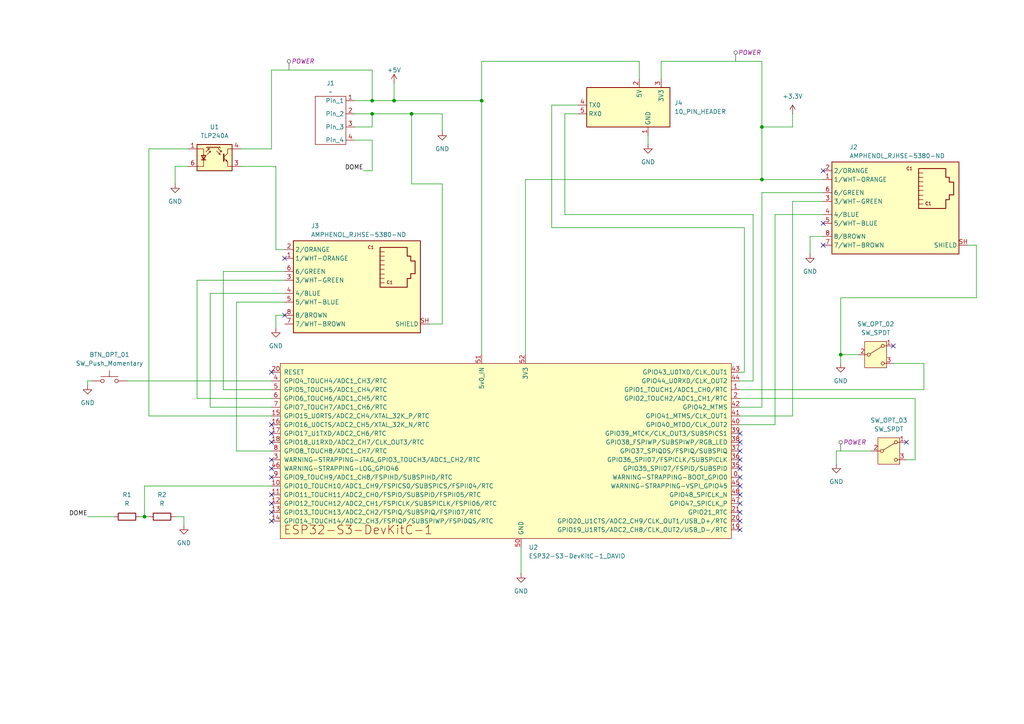
<source format=kicad_sch>
(kicad_sch (version 20231120) (generator "eeschema") (generator_version "8.0")
  (paper "A4")
  (lib_symbols
    (symbol "David_Library:10_PIN_HEADER"
      (property "Reference" "J" (at -11.43 6.35 0))
      (property "Value" "10_PIN_HEADER" (at -12.192 -7.366 0))
      (symbol "10_PIN_HEADER_0_1"
        (rectangle (start -11.43 5.08) (end 12.7 -6.35) (stroke (width 0.254)) (fill (type background)))
      )
      (symbol "10_PIN_HEADER_1_1"
        (pin power_in line (at 6.35 -8.89 90) (length 2.54) (name "GND") (number "1"))
        (pin power_in line (at 3.81 7.62 270) (length 2.54) (name "5V") (number "2"))
        (pin power_in line (at 10.16 7.62 270) (length 2.54) (name "3V3") (number "3"))
        (pin bidirectional line (at -13.97 0 0) (length 2.54) (name "TX0") (number "4"))
        (pin bidirectional line (at -13.97 -2.54 0) (length 2.54) (name "RX0") (number "5"))
      )
    )
    (symbol "David_Library:AMPHENOL_RJHSE-5380-ND"
      (property "Reference" "J" (at 16.51 15.24 0))
      (property "Value" "AMPHENOL_RJHSE-5380-ND" (at -5.715 15.24 0))
      (symbol "AMPHENOL_RJHSE-5380-ND_0_0"
        (text "C1" (at 4.699 12.065 0) (effects (font (size 0.889 0.889))))
        (text "C1" (at 10.16 1.905 0) (effects (font (size 0.889 0.889))))
      )
      (symbol "AMPHENOL_RJHSE-5380-ND_0_1"
        (rectangle (start -17.78 13.97) (end 19.05 -12.7) (stroke (width 0.254)) (fill (type background)))
        (polyline (pts (xy 7.366 3.048) (xy 8.636 3.048)))
        (polyline (pts (xy 7.366 4.318) (xy 8.636 4.318)))
        (polyline (pts (xy 7.366 5.715) (xy 8.636 5.715)))
        (polyline (pts (xy 7.366 6.985) (xy 8.636 6.985)))
        (polyline (pts (xy 7.366 8.255) (xy 8.636 8.255)))
        (polyline (pts (xy 8.636 1.778) (xy 7.366 1.778)))
        (polyline (pts (xy 8.636 9.525) (xy 7.366 9.525)))
        (polyline (pts (xy 8.636 10.795) (xy 7.366 10.795)))
      )
      (symbol "AMPHENOL_RJHSE-5380-ND_1_1"
        (polyline (pts (xy 7.366 0.508) (xy 7.366 12.065) (xy 15.24 12.065) (xy 15.24 9.525) (xy 16.256 9.525) (xy 16.256 8.128) (xy 17.526 8.128) (xy 17.526 4.445) (xy 16.256 4.445) (xy 16.256 3.048) (xy 15.24 3.048) (xy 15.24 0.508) (xy 7.366 0.508)) (stroke (width 0.254)))
        (pin bidirectional line (at -20.32 8.89 0) (length 2.54) (name "1/WHT-ORANGE") (number "1"))
        (pin bidirectional line (at -20.32 11.43 0) (length 2.54) (name "2/ORANGE") (number "2"))
        (pin bidirectional line (at -20.32 2.54 0) (length 2.54) (name "3/WHT-GREEN") (number "3"))
        (pin bidirectional line (at -20.32 -1.27 0) (length 2.54) (name "4/BLUE") (number "4"))
        (pin bidirectional line (at -20.32 -3.81 0) (length 2.54) (name "5/WHT-BLUE") (number "5"))
        (pin bidirectional line (at -20.32 5.08 0) (length 2.54) (name "6/GREEN") (number "6"))
        (pin bidirectional line (at -20.32 -10.16 0) (length 2.54) (name "7/WHT-BROWN") (number "7"))
        (pin bidirectional line (at -20.32 -7.62 0) (length 2.54) (name "8/BROWN") (number "8"))
        (pin passive line (at 21.59 -10.16 180) (length 2.54) (name "SHIELD") (number "SH"))
      )
    )
    (symbol "David_Library:ESP32-S3-DevKitC-1_DAVID" (pin_names (offset 1.016))
      (property "Reference" "U" (at -72.39 30.48 0))
      (property "Value" "ESP32-S3-DevKitC-1_DAVID" (at -72.39 27.94 0))
      (symbol "ESP32-S3-DevKitC-1_DAVID_0_1"
        (rectangle (start -72.39 25.4) (end 58.42 -25.4) (fill (type background)))
      )
      (symbol "ESP32-S3-DevKitC-1_DAVID_1_0"
        (text "ESP32-S3-DevKitC-1" (at -49.784 -22.86 0) (effects (font (size 2.54 2.54))))
        (pin bidirectional line (at 60.96 -7.62 180) (length 2.54) (name "WARNING-STRAPPING-BOOT_GPIO0") (number "0"))
        (pin bidirectional line (at 60.96 17.78 180) (length 2.54) (name "GPIO1_TOUCH1/ADC1_CH0/RTC") (number "1"))
        (pin bidirectional line (at -74.93 -10.16 0) (length 2.54) (name "GPIO10_TOUCH10/ADC1_CH9/FSPICS0/SUBSPICS/FSPII04/RTC") (number "10"))
        (pin bidirectional line (at -74.93 -12.7 0) (length 2.54) (name "GPIO11_TOUCH11/ADC2_CH0/FSPID/SUBSPID/FSPII05/RTC") (number "11"))
        (pin bidirectional line (at -74.93 -15.24 0) (length 2.54) (name "GPIO12_TOUCH12/ADC2_CH1/FSPICLK/SUBSPICLK/FSPII06/RTC") (number "12"))
        (pin bidirectional line (at -74.93 -17.78 0) (length 2.54) (name "GPIO13_TOUCH13/ADC2_CH2/FSPIQ/SUBSPIQ/FSPII07/RTC") (number "13"))
        (pin bidirectional line (at -74.93 -20.32 0) (length 2.54) (name "GPIO14_TOUCH14/ADC2_CH3/FSPIQP/SUBSPIWP/FSPIDQS/RTC") (number "14"))
        (pin bidirectional line (at -74.93 10.16 0) (length 2.54) (name "GPIO15_U0RTS/ADC2_CH4/XTAL_32K_P/RTC") (number "15"))
        (pin bidirectional line (at -74.93 7.62 0) (length 2.54) (name "GPIO16_U0CTS/ADC2_CH5/XTAL_32K_N/RTC") (number "16"))
        (pin bidirectional line (at -74.93 5.08 0) (length 2.54) (name "GPIO17_U1TXD/ADC2_CH6/RTC") (number "17"))
        (pin bidirectional line (at -74.93 2.54 0) (length 2.54) (name "GPIO18_U1RXD/ADC2_CH7/CLK_OUT3/RTC") (number "18"))
        (pin bidirectional line (at 60.96 -22.86 180) (length 2.54) (name "GPIO19_U1RTS/ADC2_CH8/CLK_OUT2/USB_D-/RTC") (number "19"))
        (pin bidirectional line (at 60.96 15.24 180) (length 2.54) (name "GPIO2_TOUCH2/ADC1_CH1/RTC") (number "2"))
        (pin bidirectional line (at 60.96 -20.32 180) (length 2.54) (name "GPIO20_U1CTS/ADC2_CH9/CLK_OUT1/USB_D+/RTC") (number "20"))
        (pin bidirectional line (at -74.93 22.86 0) (length 2.54) (name "RESET") (number "20"))
        (pin bidirectional line (at 60.96 -17.78 180) (length 2.54) (name "GPIO21_RTC") (number "21"))
        (pin bidirectional line (at -74.93 -2.54 0) (length 2.54) (name "WARNING-STRAPPING-JTAG_GPIO3_TOUCH3/ADC1_CH2/RTC") (number "3"))
        (pin bidirectional line (at 60.96 -5.08 180) (length 2.54) (name "GPIO35_SPII07/FSPID/SUBSPID") (number "35"))
        (pin bidirectional line (at 60.96 -2.54 180) (length 2.54) (name "GPIO36_SPII07/FSPICLK/SUBSPICLK") (number "36"))
        (pin bidirectional line (at 60.96 0 180) (length 2.54) (name "GPIO37_SPIQDS/FSPIQ/SUBSPIQ") (number "37"))
        (pin bidirectional line (at 60.96 2.54 180) (length 2.54) (name "GPIO38_FSPIWP/SUBSPIWP/RGB_LED") (number "38"))
        (pin bidirectional line (at 60.96 5.08 180) (length 2.54) (name "GPIO39_MTCK/CLK_OUT3/SUBSPICS1") (number "39"))
        (pin bidirectional line (at -74.93 20.32 0) (length 2.54) (name "GPIO4_TOUCH4/ADC1_CH3/RTC") (number "4"))
        (pin bidirectional line (at 60.96 7.62 180) (length 2.54) (name "GPIO40_MTDO/CLK_OUT2") (number "40"))
        (pin bidirectional line (at 60.96 10.16 180) (length 2.54) (name "GPIO41_MTMS/CLK_OUT1") (number "41"))
        (pin bidirectional line (at 60.96 12.7 180) (length 2.54) (name "GPIO42_MTMS") (number "42"))
        (pin bidirectional line (at 60.96 22.86 180) (length 2.54) (name "GPIO43_U0TXD/CLK_OUT1") (number "43"))
        (pin bidirectional line (at 60.96 20.32 180) (length 2.54) (name "GPIO44_U0RXD/CLK_OUT2") (number "44"))
        (pin bidirectional line (at 60.96 -10.16 180) (length 2.54) (name "WARNING-STRAPPING-VSPI_GPIO45") (number "45"))
        (pin bidirectional line (at -74.93 -5.08 0) (length 2.54) (name "WARNING-STRAPPING-LOG_GPIO46") (number "46"))
        (pin bidirectional line (at 60.96 -15.24 180) (length 2.54) (name "GPIO47_SPICLK_P") (number "47"))
        (pin bidirectional line (at 60.96 -12.7 180) (length 2.54) (name "GPIO48_SPICLK_N") (number "48"))
        (pin bidirectional line (at -74.93 17.78 0) (length 2.54) (name "GPIO5_TOUCH5/ADC1_CH4/RTC") (number "5"))
        (pin power_in line (at -2.54 -27.94 90) (length 2.54) (name "GND") (number "50"))
        (pin power_out line (at -13.97 27.94 270) (length 2.54) (name "5v0_IN") (number "51"))
        (pin power_out line (at -1.27 27.94 270) (length 2.54) (name "3V3") (number "52"))
        (pin bidirectional line (at -74.93 15.24 0) (length 2.54) (name "GPIO6_TOUCH6/ADC1_CH5/RTC") (number "6"))
        (pin bidirectional line (at -74.93 12.7 0) (length 2.54) (name "GPIO7_TOUCH7/ADC1_CH6/RTC") (number "7"))
        (pin bidirectional line (at -74.93 0 0) (length 2.54) (name "GPIO8_TOUCH8/ADC1_CH7/RTC") (number "8"))
        (pin bidirectional line (at -74.93 -7.62 0) (length 2.54) (name "GPIO9_TOUCH9/ADC1_CH8/FSPIHD/SUBSPIHD/RTC") (number "9"))
      )
    )
    (symbol "David_Library:SW_Push_Momentary" (pin_numbers hide) (pin_names (offset 1.016) hide)
      (property "Reference" "SW" (at 1.27 2.54 0))
      (property "Value" "SW_Push_Momentary" (at 0 -1.524 0))
      (symbol "SW_Push_Momentary_0_1"
        (circle (center -2.032 0) (radius 0.508))
        (polyline (pts (xy 0 1.27) (xy 0 3.048)))
        (polyline (pts (xy 2.54 1.27) (xy -2.54 1.27)))
        (circle (center 2.032 0) (radius 0.508))
        (pin passive line (at 5.08 0 180) (length 2.54) (name "2") (number "2"))
      )
      (symbol "SW_Push_Momentary_1_1"
        (pin passive line (at -5.08 0 0) (length 2.54) (name "1") (number "1"))
      )
    )
    (symbol "David_Library:TLP240A" (pin_names (offset 0.0254) hide)
      (property "Reference" "U" (at -5.08 5.08 0))
      (property "Value" "TLP240A" (at 0 5.08 0))
      (symbol "TLP240A_0_1"
        (polyline (pts (xy -3.81 -0.635) (xy -2.54 -0.635)) (stroke (width 0.254)))
        (polyline (pts (xy -2.286 2.921) (xy -2.032 3.175)))
        (polyline (pts (xy -1.778 2.921) (xy -1.524 3.175)))
        (polyline (pts (xy -1.524 2.667) (xy -1.651 2.159)))
        (polyline (pts (xy -1.27 2.921) (xy -1.016 3.175)))
        (polyline (pts (xy -1.143 1.905) (xy -1.27 1.397)))
        (polyline (pts (xy -0.762 2.921) (xy -0.508 3.175)))
        (polyline (pts (xy -0.254 2.921) (xy 0 3.175)))
        (polyline (pts (xy 0.254 2.921) (xy 0.508 3.175)))
        (polyline (pts (xy 0.762 2.921) (xy 1.016 3.175)))
        (polyline (pts (xy 1.27 2.921) (xy 1.524 3.175)))
        (polyline (pts (xy 1.651 0.889) (xy 1.143 1.016)))
        (polyline (pts (xy 1.778 2.921) (xy -2.413 2.921)))
        (polyline (pts (xy 2.032 1.651) (xy 1.524 1.778)))
        (polyline (pts (xy 2.667 -0.127) (xy 3.81 -1.27)))
        (polyline (pts (xy 2.667 0.127) (xy 3.81 1.27)))
        (polyline (pts (xy -2.54 1.651) (xy -1.524 2.667) (xy -2.032 2.54)))
        (polyline (pts (xy -2.159 0.889) (xy -1.143 1.905) (xy -1.651 1.778)))
        (polyline (pts (xy 0.635 1.905) (xy 1.651 0.889) (xy 1.524 1.397)))
        (polyline (pts (xy 1.016 2.667) (xy 2.032 1.651) (xy 1.905 2.159)))
        (polyline (pts (xy 2.667 1.016) (xy 2.667 -1.016) (xy 2.667 -1.016)) (stroke (width 0.3556)))
        (polyline (pts (xy 3.81 -1.27) (xy 3.81 -2.54) (xy 5.08 -2.54)))
        (polyline (pts (xy 3.81 1.27) (xy 3.81 2.54) (xy 5.08 2.54)))
        (polyline (pts (xy -5.08 -2.54) (xy -3.175 -2.54) (xy -3.175 2.54) (xy -5.08 2.54)))
        (polyline (pts (xy -3.175 -0.635) (xy -3.81 0.635) (xy -2.54 0.635) (xy -3.175 -0.635)) (stroke (width 0.254)))
        (polyline (pts (xy 3.683 -1.143) (xy 3.429 -0.635) (xy 3.175 -0.889) (xy 3.683 -1.143)))
        (polyline (pts (xy -5.08 -3.81) (xy 5.08 -3.81) (xy 5.08 3.81) (xy -5.08 3.81) (xy -5.08 -3.81)) (stroke (width 0.254)) (fill (type background)))
      )
      (symbol "TLP240A_1_1"
        (pin passive line (at -7.62 2.54 0) (length 2.54) (name "A") (number "1"))
        (pin open_emitter line (at 7.62 -2.54 180) (length 2.54) (name "E") (number "3"))
        (pin open_collector line (at 7.62 2.54 180) (length 2.54) (name "C") (number "4"))
        (pin passive line (at -7.62 -2.54 0) (length 2.54) (name "K") (number "6"))
      )
    )
    (symbol "David_Library:YK441"
      (property "Reference" "J" (at -6.858 3.556 0))
      (symbol "YK441_0_1"
        (rectangle (start -11.43 1.27) (end -2.54 -12.7))
      )
      (symbol "YK441_1_1"
        (pin input line (at 0 0 180) (length 2.54) (name "Pin_1") (number "1"))
        (pin input line (at 0 -3.81 180) (length 2.54) (name "Pin_2") (number "2"))
        (pin input line (at 0 -7.62 180) (length 2.54) (name "Pin_3") (number "3"))
        (pin input line (at 0 -11.43 180) (length 2.54) (name "Pin_4") (number "4"))
      )
    )
    (symbol "Device:R" (pin_numbers hide) (pin_names (offset 0))
      (property "Reference" "R" (at 2.032 0 90))
      (property "Value" "R" (at 0 0 90))
      (symbol "R_0_1"
        (rectangle (start -1.016 -2.54) (end 1.016 2.54) (stroke (width 0.254)))
      )
      (symbol "R_1_1"
        (pin passive line (at 0 3.81 270) (length 1.27) (name "~") (number "1"))
        (pin passive line (at 0 -3.81 90) (length 1.27) (name "~") (number "2"))
      )
    )
    (symbol "Switch:SW_SPDT" (pin_names (offset 0) hide)
      (property "Reference" "SW" (at 0 5.08 0))
      (property "Value" "SW_SPDT" (at 0 -5.08 0))
      (symbol "SW_SPDT_0_1"
        (circle (center -2.032 0) (radius 0.4572))
        (polyline (pts (xy -1.651 0.254) (xy 1.651 2.286)))
        (circle (center 2.032 -2.54) (radius 0.4572))
        (circle (center 2.032 2.54) (radius 0.4572))
      )
      (symbol "SW_SPDT_1_1"
        (rectangle (start -3.175 3.81) (end 3.175 -3.81) (fill (type background)))
        (pin passive line (at 5.08 2.54 180) (length 2.54) (name "A") (number "1"))
        (pin passive line (at -5.08 0 0) (length 2.54) (name "B") (number "2"))
        (pin passive line (at 5.08 -2.54 180) (length 2.54) (name "C") (number "3"))
      )
    )
    (symbol "power:+3.3V" (power) (pin_numbers hide) (pin_names (offset 0) hide)
      (property "Value" "+3.3V" (at 0 3.556 0))
      (symbol "+3.3V_0_1"
        (polyline (pts (xy -0.762 1.27) (xy 0 2.54)))
        (polyline (pts (xy 0 0) (xy 0 2.54)))
        (polyline (pts (xy 0 2.54) (xy 0.762 1.27)))
      )
      (symbol "+3.3V_1_1"
        (pin power_in line (at 0 0 90) (length 0) (name "~") (number "1"))
      )
    )
    (symbol "power:+5V" (power) (pin_numbers hide) (pin_names (offset 0) hide)
      (property "Value" "+5V" (at 0 3.556 0))
      (symbol "+5V_0_1"
        (polyline (pts (xy -0.762 1.27) (xy 0 2.54)))
        (polyline (pts (xy 0 0) (xy 0 2.54)))
        (polyline (pts (xy 0 2.54) (xy 0.762 1.27)))
      )
      (symbol "+5V_1_1"
        (pin power_in line (at 0 0 90) (length 0) (name "~") (number "1"))
      )
    )
    (symbol "power:GND" (power) (pin_numbers hide) (pin_names (offset 0) hide)
      (property "Value" "GND" (at 0 -3.81 0))
      (symbol "GND_0_1"
        (polyline (pts (xy 0 0) (xy 0 -1.27) (xy 1.27 -1.27) (xy 0 -2.54) (xy -1.27 -1.27) (xy 0 -1.27)))
      )
      (symbol "GND_1_1"
        (pin power_in line (at 0 0 270) (length 0) (name "~") (number "1"))
      )
    )
  )
  (junction (at 114.3 29.21))
  (junction (at 243.84 102.87))
  (junction (at 107.95 29.21))
  (junction (at 220.98 52.07))
  (junction (at 220.98 36.83))
  (junction (at 119.38 33.02))
  (junction (at 41.91 149.86))
  (junction (at 107.95 33.02))
  (junction (at 139.7 29.21))
  (no_connect (at 78.74 128.27))
  (no_connect (at 78.74 123.19))
  (no_connect (at 262.89 128.27))
  (no_connect (at 214.63 140.97))
  (no_connect (at 78.74 146.05))
  (no_connect (at 214.63 143.51))
  (no_connect (at 78.74 125.73))
  (no_connect (at 214.63 130.81))
  (no_connect (at 214.63 125.73))
  (no_connect (at 78.74 148.59))
  (no_connect (at 82.55 74.93))
  (no_connect (at 78.74 133.35))
  (no_connect (at 78.74 107.95))
  (no_connect (at 78.74 143.51))
  (no_connect (at 214.63 148.59))
  (no_connect (at 238.76 64.77))
  (no_connect (at 214.63 138.43))
  (no_connect (at 214.63 128.27))
  (no_connect (at 78.74 151.13))
  (no_connect (at 214.63 133.35))
  (no_connect (at 214.63 153.67))
  (no_connect (at 78.74 138.43))
  (no_connect (at 214.63 135.89))
  (no_connect (at 82.55 91.44))
  (no_connect (at 214.63 146.05))
  (no_connect (at 259.08 100.33))
  (no_connect (at 238.76 49.53))
  (no_connect (at 238.76 71.12))
  (no_connect (at 214.63 151.13))
  (no_connect (at 78.74 135.89))
  (wire (pts (xy 160.02 30.48) (xy 167.64 30.48)))
  (wire (pts (xy 283.21 86.36) (xy 243.84 86.36)))
  (wire (pts (xy 242.57 130.81) (xy 242.57 134.62)))
  (wire (pts (xy 252.73 130.81) (xy 242.57 130.81)))
  (wire (pts (xy 114.3 29.21) (xy 139.7 29.21)))
  (wire (pts (xy 220.98 17.78) (xy 220.98 36.83)))
  (wire (pts (xy 229.87 58.42) (xy 229.87 120.65)))
  (wire (pts (xy 167.64 33.02) (xy 163.83 33.02)))
  (wire (pts (xy 82.55 78.74) (xy 64.77 78.74)))
  (wire (pts (xy 124.46 93.98) (xy 128.27 93.98)))
  (wire (pts (xy 78.74 130.81) (xy 68.58 130.81)))
  (wire (pts (xy 215.9 107.95) (xy 215.9 66.04)))
  (wire (pts (xy 25.4 110.49) (xy 25.4 111.76)))
  (wire (pts (xy 53.34 149.86) (xy 53.34 152.4)))
  (wire (pts (xy 163.83 33.02) (xy 163.83 62.23)))
  (wire (pts (xy 80.01 48.26) (xy 80.01 72.39)))
  (wire (pts (xy 229.87 33.02) (xy 229.87 36.83)))
  (wire (pts (xy 107.95 49.53) (xy 105.41 49.53)))
  (wire (pts (xy 102.87 36.83) (xy 107.95 36.83)))
  (wire (pts (xy 243.84 102.87) (xy 248.92 102.87)))
  (wire (pts (xy 185.42 17.78) (xy 139.7 17.78)))
  (wire (pts (xy 60.96 118.11) (xy 78.74 118.11)))
  (wire (pts (xy 107.95 36.83) (xy 107.95 33.02)))
  (wire (pts (xy 187.96 39.37) (xy 187.96 41.91)))
  (wire (pts (xy 218.44 110.49) (xy 214.63 110.49)))
  (wire (pts (xy 234.95 68.58) (xy 238.76 68.58)))
  (wire (pts (xy 78.74 140.97) (xy 41.91 140.97)))
  (wire (pts (xy 185.42 22.86) (xy 185.42 17.78)))
  (wire (pts (xy 224.79 62.23) (xy 224.79 123.19)))
  (wire (pts (xy 50.8 149.86) (xy 53.34 149.86)))
  (wire (pts (xy 78.74 113.03) (xy 64.77 113.03)))
  (wire (pts (xy 283.21 71.12) (xy 283.21 86.36)))
  (wire (pts (xy 50.8 48.26) (xy 50.8 53.34)))
  (wire (pts (xy 267.97 105.41) (xy 267.97 113.03)))
  (wire (pts (xy 80.01 72.39) (xy 82.55 72.39)))
  (wire (pts (xy 265.43 115.57) (xy 214.63 115.57)))
  (wire (pts (xy 43.18 43.18) (xy 43.18 120.65)))
  (wire (pts (xy 68.58 87.63) (xy 82.55 87.63)))
  (wire (pts (xy 191.77 22.86) (xy 191.77 17.78)))
  (wire (pts (xy 25.4 149.86) (xy 33.02 149.86)))
  (wire (pts (xy 41.91 149.86) (xy 43.18 149.86)))
  (wire (pts (xy 40.64 149.86) (xy 41.91 149.86)))
  (wire (pts (xy 57.15 81.28) (xy 57.15 115.57)))
  (wire (pts (xy 163.83 62.23) (xy 218.44 62.23)))
  (wire (pts (xy 238.76 52.07) (xy 220.98 52.07)))
  (wire (pts (xy 50.8 48.26) (xy 54.61 48.26)))
  (wire (pts (xy 78.74 20.32) (xy 107.95 20.32)))
  (wire (pts (xy 107.95 20.32) (xy 107.95 29.21)))
  (wire (pts (xy 267.97 113.03) (xy 214.63 113.03)))
  (wire (pts (xy 214.63 120.65) (xy 229.87 120.65)))
  (wire (pts (xy 41.91 140.97) (xy 41.91 149.86)))
  (wire (pts (xy 151.13 158.75) (xy 151.13 166.37)))
  (wire (pts (xy 220.98 52.07) (xy 152.4 52.07)))
  (wire (pts (xy 215.9 66.04) (xy 160.02 66.04)))
  (wire (pts (xy 26.67 110.49) (xy 25.4 110.49)))
  (wire (pts (xy 114.3 24.13) (xy 114.3 29.21)))
  (wire (pts (xy 243.84 105.41) (xy 243.84 102.87)))
  (wire (pts (xy 220.98 36.83) (xy 229.87 36.83)))
  (wire (pts (xy 128.27 93.98) (xy 128.27 53.34)))
  (wire (pts (xy 80.01 91.44) (xy 80.01 95.25)))
  (wire (pts (xy 265.43 115.57) (xy 265.43 133.35)))
  (wire (pts (xy 82.55 85.09) (xy 60.96 85.09)))
  (wire (pts (xy 78.74 120.65) (xy 43.18 120.65)))
  (wire (pts (xy 128.27 53.34) (xy 119.38 53.34)))
  (wire (pts (xy 60.96 85.09) (xy 60.96 118.11)))
  (wire (pts (xy 43.18 43.18) (xy 54.61 43.18)))
  (wire (pts (xy 160.02 66.04) (xy 160.02 30.48)))
  (wire (pts (xy 102.87 33.02) (xy 107.95 33.02)))
  (wire (pts (xy 152.4 52.07) (xy 152.4 102.87)))
  (wire (pts (xy 220.98 55.88) (xy 238.76 55.88)))
  (wire (pts (xy 234.95 73.66) (xy 234.95 68.58)))
  (wire (pts (xy 243.84 86.36) (xy 243.84 102.87)))
  (wire (pts (xy 139.7 17.78) (xy 139.7 29.21)))
  (wire (pts (xy 68.58 130.81) (xy 68.58 87.63)))
  (wire (pts (xy 69.85 43.18) (xy 78.74 43.18)))
  (wire (pts (xy 128.27 33.02) (xy 128.27 38.1)))
  (wire (pts (xy 102.87 29.21) (xy 107.95 29.21)))
  (wire (pts (xy 107.95 40.64) (xy 107.95 49.53)))
  (wire (pts (xy 57.15 81.28) (xy 82.55 81.28)))
  (wire (pts (xy 224.79 123.19) (xy 214.63 123.19)))
  (wire (pts (xy 259.08 105.41) (xy 267.97 105.41)))
  (wire (pts (xy 107.95 33.02) (xy 119.38 33.02)))
  (wire (pts (xy 119.38 53.34) (xy 119.38 33.02)))
  (wire (pts (xy 69.85 48.26) (xy 80.01 48.26)))
  (wire (pts (xy 139.7 29.21) (xy 139.7 102.87)))
  (wire (pts (xy 220.98 55.88) (xy 220.98 118.11)))
  (wire (pts (xy 107.95 29.21) (xy 114.3 29.21)))
  (wire (pts (xy 262.89 133.35) (xy 265.43 133.35)))
  (wire (pts (xy 220.98 36.83) (xy 220.98 52.07)))
  (wire (pts (xy 238.76 62.23) (xy 224.79 62.23)))
  (wire (pts (xy 80.01 91.44) (xy 82.55 91.44)))
  (wire (pts (xy 102.87 40.64) (xy 107.95 40.64)))
  (wire (pts (xy 64.77 78.74) (xy 64.77 113.03)))
  (wire (pts (xy 280.67 71.12) (xy 283.21 71.12)))
  (wire (pts (xy 218.44 62.23) (xy 218.44 110.49)))
  (wire (pts (xy 78.74 43.18) (xy 78.74 20.32)))
  (wire (pts (xy 238.76 58.42) (xy 229.87 58.42)))
  (wire (pts (xy 191.77 17.78) (xy 220.98 17.78)))
  (wire (pts (xy 78.74 115.57) (xy 57.15 115.57)))
  (wire (pts (xy 214.63 118.11) (xy 220.98 118.11)))
  (wire (pts (xy 119.38 33.02) (xy 128.27 33.02)))
  (wire (pts (xy 214.63 107.95) (xy 215.9 107.95)))
  (wire (pts (xy 36.83 110.49) (xy 78.74 110.49)))
  (label "DOME" (at 105.41 49.53 180))
  (label "DOME" (at 25.4 149.86 180))
  (netclass_flag "" (length 2.54) (shape round) (at 243.84 130.81 0) (property "Netclass" "POWER" (at 244.5385 128.27 0) (effects (font (italic yes)) (justify left))))
  (netclass_flag "" (length 2.54) (shape round) (at 213.36 17.78 0) (property "Netclass" "POWER" (at 214.0585 15.24 0) (effects (font (italic yes)) (justify left))))
  (netclass_flag "" (length 2.54) (shape round) (at 83.82 20.32 0) (property "Netclass" "POWER" (at 84.5185 17.78 0) (effects (font (italic yes)) (justify left))))
  (symbol (lib_id "power:GND") (at 151.13 166.37 0) (unit 1)
    (property "Reference" "#PWR02" (effects (hide yes)))
    (property "Value" "GND" (at 151.13 171.45 0))
    (property "Description" "Power symbol creates a global label with name \"GND\" , ground" (effects (hide yes)))
  )
  (symbol (lib_id "David_Library:TLP240A") (at 62.23 45.72 0) (unit 1)
    (property "Reference" "U1" (at 62.23 36.83 0))
    (property "Value" "TLP240A" (at 62.23 39.37 0))
    (property "Footprint" "TLP240A" (effects (hide yes)))
    (property "Description" "Reflective Opto Interrupter/Coupler, SMD-6" (effects (hide yes)))
  )
  (symbol (lib_id "power:GND") (at 242.57 134.62 0) (unit 1)
    (property "Reference" "#PWR06" (effects (hide yes)))
    (property "Value" "GND" (at 242.57 139.7 0))
    (property "Description" "Power symbol creates a global label with name \"GND\" , ground" (effects (hide yes)))
  )
  (symbol (lib_id "power:GND") (at 187.96 41.91 0) (unit 1)
    (property "Reference" "#PWR010" (effects (hide yes)))
    (property "Value" "GND" (at 187.96 46.99 0))
    (property "Description" "Power symbol creates a global label with name \"GND\" , ground" (effects (hide yes)))
  )
  (symbol (lib_id "power:+3.3V") (at 229.87 33.02 0) (unit 1)
    (property "Reference" "#PWR012" (effects (hide yes)))
    (property "Value" "+3.3V" (at 229.87 27.94 0))
    (property "Description" "Power symbol creates a global label with name \"+3.3V\"" (effects (hide yes)))
  )
  (symbol (lib_id "David_Library:YK441") (at 102.87 29.21 0) (unit 1)
    (property "Reference" "J1" (at 95.885 24.13 0))
    (property "Value" "~" (at 95.885 26.67 0))
    (property "Footprint" "Footprint_Library:YK441 Screw Terminal Block_CAR_NFC" (effects (hide yes)))
  )
  (symbol (lib_id "David_Library:AMPHENOL_RJHSE-5380-ND") (at 102.87 83.82 0) (unit 1)
    (property "Reference" "J3" (at 90.17 65.532 0) (effects (justify left)))
    (property "Value" "AMPHENOL_RJHSE-5380-ND" (at 90.17 68.072 0) (effects (justify left)))
    (property "Footprint" "Connector_RJ:RJ45_Amphenol_RJHSE5380" (effects (hide yes)))
    (property "Description" "RJ45 PoE 10/100 Base-TX Jack" (effects (hide yes)))
  )
  (symbol (lib_id "power:GND") (at 53.34 152.4 0) (unit 1)
    (property "Reference" "#PWR01" (effects (hide yes)))
    (property "Value" "GND" (at 53.34 157.48 0))
    (property "Description" "Power symbol creates a global label with name \"GND\" , ground" (effects (hide yes)))
  )
  (symbol (lib_id "power:GND") (at 25.4 111.76 0) (unit 1)
    (property "Reference" "#PWR011" (effects (hide yes)))
    (property "Value" "GND" (at 25.4 116.84 0))
    (property "Description" "Power symbol creates a global label with name \"GND\" , ground" (effects (hide yes)))
  )
  (symbol (lib_id "David_Library:AMPHENOL_RJHSE-5380-ND") (at 259.08 60.96 0) (unit 1)
    (property "Reference" "J2" (at 246.38 42.672 0) (effects (justify left)))
    (property "Value" "AMPHENOL_RJHSE-5380-ND" (at 246.38 45.212 0) (effects (justify left)))
    (property "Footprint" "Connector_RJ:RJ45_Amphenol_RJHSE5380" (effects (hide yes)))
    (property "Description" "RJ45 PoE 10/100 Base-TX Jack" (effects (hide yes)))
  )
  (symbol (lib_id "power:GND") (at 234.95 73.66 0) (unit 1)
    (property "Reference" "#PWR09" (effects (hide yes)))
    (property "Value" "GND" (at 234.95 78.74 0))
    (property "Description" "Power symbol creates a global label with name \"GND\" , ground" (effects (hide yes)))
  )
  (symbol (lib_id "Device:R") (at 46.99 149.86 90) (unit 1)
    (property "Reference" "R2" (at 46.99 143.51 90))
    (property "Value" "R" (at 46.99 146.05 90))
    (property "Footprint" "Resistor_SMD:R_1206_3216Metric_Pad1.30x1.75mm_HandSolder" (effects (hide yes)))
    (property "Description" "Resistor" (effects (hide yes)))
  )
  (symbol (lib_id "Device:R") (at 36.83 149.86 90) (unit 1)
    (property "Reference" "R1" (at 36.83 143.51 90))
    (property "Value" "R" (at 36.83 146.05 90))
    (property "Footprint" "Resistor_SMD:R_1206_3216Metric_Pad1.30x1.75mm_HandSolder" (effects (hide yes)))
    (property "Description" "Resistor" (effects (hide yes)))
  )
  (symbol (lib_id "David_Library:ESP32-S3-DevKitC-1_DAVID") (at 153.67 130.81 0) (unit 1)
    (property "Reference" "U2" (at 153.3241 158.75 0) (effects (justify left)))
    (property "Value" "ESP32-S3-DevKitC-1_DAVID" (at 153.3241 161.29 0) (effects (justify left)))
    (property "Footprint" "Footprint_Library:ESP32-S3-DEVKITC_DAVID" (effects (hide yes)))
  )
  (symbol (lib_id "David_Library:SW_Push_Momentary") (at 31.75 110.49 0) (unit 1)
    (property "Reference" "BTN_OPT_01" (at 31.75 102.87 0))
    (property "Value" "SW_Push_Momentary" (at 31.75 105.41 0))
    (property "Footprint" "Footprint_Library:MOMENTARY_BUTTON" (effects (hide yes)))
    (property "Description" "Push button switch, generic, two pins" (effects (hide yes)))
  )
  (symbol (lib_id "power:GND") (at 50.8 53.34 0) (unit 1)
    (property "Reference" "#PWR07" (effects (hide yes)))
    (property "Value" "GND" (at 50.8 58.42 0))
    (property "Description" "Power symbol creates a global label with name \"GND\" , ground" (effects (hide yes)))
  )
  (symbol (lib_id "David_Library:10_PIN_HEADER") (at 181.61 30.48 0) (unit 1)
    (property "Reference" "J4" (at 195.58 29.8449 0) (effects (justify left)))
    (property "Value" "10_PIN_HEADER" (at 195.58 32.3849 0) (effects (justify left)))
    (property "Footprint" "Footprint_Library:8_PIN_HEADER" (effects (hide yes)))
  )
  (symbol (lib_id "Switch:SW_SPDT") (at 257.81 130.81 0) (unit 1)
    (property "Reference" "SW_OPT_03" (at 257.81 121.92 0))
    (property "Value" "SW_SPDT" (at 257.81 124.46 0))
    (property "Footprint" "Button_Switch_THT:SW_CuK_OS102011MA1QN1_SPDT_Angled" (effects (hide yes)))
    (property "Description" "Switch, single pole double throw" (effects (hide yes)))
  )
  (symbol (lib_id "power:GND") (at 128.27 38.1 0) (unit 1)
    (property "Reference" "#PWR03" (effects (hide yes)))
    (property "Value" "GND" (at 128.27 43.18 0))
    (property "Description" "Power symbol creates a global label with name \"GND\" , ground" (effects (hide yes)))
  )
  (symbol (lib_id "power:GND") (at 243.84 105.41 0) (unit 1)
    (property "Reference" "#PWR05" (effects (hide yes)))
    (property "Value" "GND" (at 243.84 110.49 0))
    (property "Description" "Power symbol creates a global label with name \"GND\" , ground" (effects (hide yes)))
  )
  (symbol (lib_id "power:GND") (at 80.01 95.25 0) (unit 1)
    (property "Reference" "#PWR08" (effects (hide yes)))
    (property "Value" "GND" (at 80.01 100.33 0))
    (property "Description" "Power symbol creates a global label with name \"GND\" , ground" (effects (hide yes)))
  )
  (symbol (lib_id "Switch:SW_SPDT") (at 254 102.87 0) (unit 1)
    (property "Reference" "SW_OPT_02" (at 254 93.98 0))
    (property "Value" "SW_SPDT" (at 254 96.52 0))
    (property "Footprint" "Button_Switch_THT:SW_CuK_OS102011MA1QN1_SPDT_Angled" (effects (hide yes)))
    (property "Description" "Switch, single pole double throw" (effects (hide yes)))
  )
  (symbol (lib_id "power:+5V") (at 114.3 24.13 0) (unit 1)
    (property "Reference" "#PWR04" (effects (hide yes)))
    (property "Value" "+5V" (at 114.3 20.32 0))
    (property "Description" "Power symbol creates a global label with name \"+5V\"" (effects (hide yes)))
  )
)
</source>
